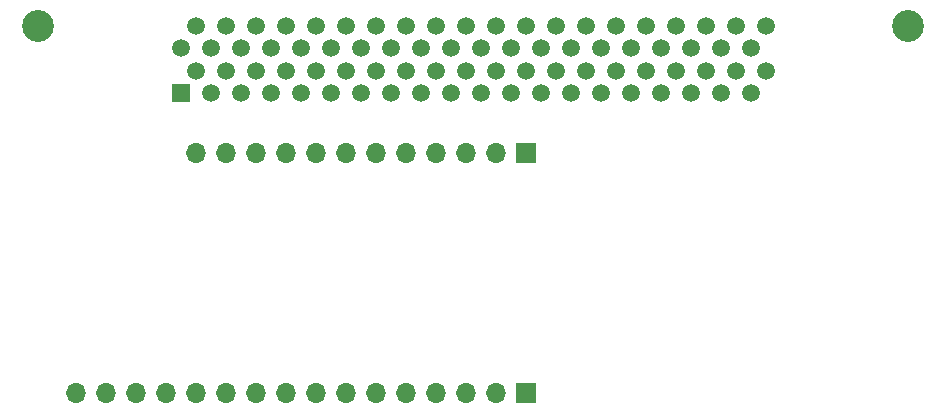
<source format=gbs>
G04 #@! TF.GenerationSoftware,KiCad,Pcbnew,(6.0.5-0)*
G04 #@! TF.CreationDate,2022-06-07T21:37:56+01:00*
G04 #@! TF.ProjectId,microbit_eink_feather_adaptor,6d696372-6f62-4697-945f-65696e6b5f66,rev?*
G04 #@! TF.SameCoordinates,Original*
G04 #@! TF.FileFunction,Soldermask,Bot*
G04 #@! TF.FilePolarity,Negative*
%FSLAX46Y46*%
G04 Gerber Fmt 4.6, Leading zero omitted, Abs format (unit mm)*
G04 Created by KiCad (PCBNEW (6.0.5-0)) date 2022-06-07 21:37:56*
%MOMM*%
%LPD*%
G01*
G04 APERTURE LIST*
%ADD10C,2.700000*%
%ADD11R,1.500000X1.500000*%
%ADD12C,1.500000*%
%ADD13R,1.700000X1.700000*%
%ADD14O,1.700000X1.700000*%
G04 APERTURE END LIST*
D10*
X53975000Y-66675000D03*
X127635000Y-66675000D03*
D11*
X66040000Y-72390000D03*
D12*
X66040000Y-68590000D03*
X67310000Y-70490000D03*
X67310000Y-66690000D03*
X68580000Y-72390000D03*
X68580000Y-68590000D03*
X69850000Y-70490000D03*
X69850000Y-66690000D03*
X71120000Y-72390000D03*
X71120000Y-68590000D03*
X72390000Y-70490000D03*
X72390000Y-66690000D03*
X73660000Y-72390000D03*
X73660000Y-68590000D03*
X74930000Y-70490000D03*
X74930000Y-66690000D03*
X76200000Y-72390000D03*
X76200000Y-68590000D03*
X77470000Y-70490000D03*
X77470000Y-66690000D03*
X78740000Y-72390000D03*
X78740000Y-68590000D03*
X80010000Y-70490000D03*
X80010000Y-66690000D03*
X81280000Y-72390000D03*
X81280000Y-68590000D03*
X82550000Y-70490000D03*
X82550000Y-66690000D03*
X83820000Y-72390000D03*
X83820000Y-68590000D03*
X85090000Y-70490000D03*
X85090000Y-66690000D03*
X86360000Y-72390000D03*
X86360000Y-68590000D03*
X87630000Y-70490000D03*
X87630000Y-66690000D03*
X88900000Y-72390000D03*
X88900000Y-68590000D03*
X90170000Y-70490000D03*
X90170000Y-66690000D03*
X91440000Y-72390000D03*
X91440000Y-68590000D03*
X92710000Y-70490000D03*
X92710000Y-66690000D03*
X93980000Y-72390000D03*
X93980000Y-68590000D03*
X95250000Y-70490000D03*
X95250000Y-66690000D03*
X96520000Y-72390000D03*
X96520000Y-68590000D03*
X97790000Y-70490000D03*
X97790000Y-66690000D03*
X99060000Y-72390000D03*
X99060000Y-68590000D03*
X100330000Y-70490000D03*
X100330000Y-66690000D03*
X101600000Y-72390000D03*
X101600000Y-68590000D03*
X102870000Y-70490000D03*
X102870000Y-66690000D03*
X104140000Y-72390000D03*
X104140000Y-68590000D03*
X105410000Y-70490000D03*
X105410000Y-66690000D03*
X106680000Y-72390000D03*
X106680000Y-68590000D03*
X107950000Y-70490000D03*
X107950000Y-66690000D03*
X109220000Y-72390000D03*
X109220000Y-68590000D03*
X110490000Y-70490000D03*
X110490000Y-66690000D03*
X111760000Y-72390000D03*
X111760000Y-68590000D03*
X113030000Y-70490000D03*
X113030000Y-66690000D03*
X114300000Y-72390000D03*
X114300000Y-68590000D03*
X115570000Y-70490000D03*
X115570000Y-66690000D03*
D13*
X95250000Y-97790000D03*
D14*
X92710000Y-97790000D03*
X90170000Y-97790000D03*
X87630000Y-97790000D03*
X85090000Y-97790000D03*
X82550000Y-97790000D03*
X80010000Y-97790000D03*
X77470000Y-97790000D03*
X74930000Y-97790000D03*
X72390000Y-97790000D03*
X69850000Y-97790000D03*
X67310000Y-97790000D03*
X64770000Y-97790000D03*
X62230000Y-97790000D03*
X59690000Y-97790000D03*
X57150000Y-97790000D03*
X67310000Y-77470000D03*
X69850000Y-77470000D03*
X72390000Y-77470000D03*
X74930000Y-77470000D03*
X77470000Y-77470000D03*
X80010000Y-77470000D03*
X82550000Y-77470000D03*
X85090000Y-77470000D03*
X87630000Y-77470000D03*
X90170000Y-77470000D03*
X92710000Y-77470000D03*
D13*
X95250000Y-77470000D03*
M02*

</source>
